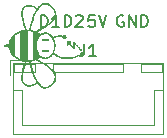
<source format=gbr>
%TF.GenerationSoftware,KiCad,Pcbnew,(5.1.10)-1*%
%TF.CreationDate,2021-08-13T16:39:05+01:00*%
%TF.ProjectId,grove_adaptor,67726f76-655f-4616-9461-70746f722e6b,rev?*%
%TF.SameCoordinates,Original*%
%TF.FileFunction,Legend,Top*%
%TF.FilePolarity,Positive*%
%FSLAX46Y46*%
G04 Gerber Fmt 4.6, Leading zero omitted, Abs format (unit mm)*
G04 Created by KiCad (PCBNEW (5.1.10)-1) date 2021-08-13 16:39:05*
%MOMM*%
%LPD*%
G01*
G04 APERTURE LIST*
%ADD10C,0.150000*%
%ADD11C,0.010000*%
%ADD12C,0.120000*%
G04 APERTURE END LIST*
D10*
X175761904Y-91952380D02*
X175761904Y-90952380D01*
X176000000Y-90952380D01*
X176142857Y-91000000D01*
X176238095Y-91095238D01*
X176285714Y-91190476D01*
X176333333Y-91380952D01*
X176333333Y-91523809D01*
X176285714Y-91714285D01*
X176238095Y-91809523D01*
X176142857Y-91904761D01*
X176000000Y-91952380D01*
X175761904Y-91952380D01*
X177285714Y-91952380D02*
X176714285Y-91952380D01*
X177000000Y-91952380D02*
X177000000Y-90952380D01*
X176904761Y-91095238D01*
X176809523Y-91190476D01*
X176714285Y-91238095D01*
X177761904Y-91952380D02*
X177761904Y-90952380D01*
X178000000Y-90952380D01*
X178142857Y-91000000D01*
X178238095Y-91095238D01*
X178285714Y-91190476D01*
X178333333Y-91380952D01*
X178333333Y-91523809D01*
X178285714Y-91714285D01*
X178238095Y-91809523D01*
X178142857Y-91904761D01*
X178000000Y-91952380D01*
X177761904Y-91952380D01*
X178714285Y-91047619D02*
X178761904Y-91000000D01*
X178857142Y-90952380D01*
X179095238Y-90952380D01*
X179190476Y-91000000D01*
X179238095Y-91047619D01*
X179285714Y-91142857D01*
X179285714Y-91238095D01*
X179238095Y-91380952D01*
X178666666Y-91952380D01*
X179285714Y-91952380D01*
X180309523Y-90952380D02*
X179833333Y-90952380D01*
X179785714Y-91428571D01*
X179833333Y-91380952D01*
X179928571Y-91333333D01*
X180166666Y-91333333D01*
X180261904Y-91380952D01*
X180309523Y-91428571D01*
X180357142Y-91523809D01*
X180357142Y-91761904D01*
X180309523Y-91857142D01*
X180261904Y-91904761D01*
X180166666Y-91952380D01*
X179928571Y-91952380D01*
X179833333Y-91904761D01*
X179785714Y-91857142D01*
X180642857Y-90952380D02*
X180976190Y-91952380D01*
X181309523Y-90952380D01*
X182738095Y-91000000D02*
X182642857Y-90952380D01*
X182500000Y-90952380D01*
X182357142Y-91000000D01*
X182261904Y-91095238D01*
X182214285Y-91190476D01*
X182166666Y-91380952D01*
X182166666Y-91523809D01*
X182214285Y-91714285D01*
X182261904Y-91809523D01*
X182357142Y-91904761D01*
X182500000Y-91952380D01*
X182595238Y-91952380D01*
X182738095Y-91904761D01*
X182785714Y-91857142D01*
X182785714Y-91523809D01*
X182595238Y-91523809D01*
X183214285Y-91952380D02*
X183214285Y-90952380D01*
X183785714Y-91952380D01*
X183785714Y-90952380D01*
X184261904Y-91952380D02*
X184261904Y-90952380D01*
X184500000Y-90952380D01*
X184642857Y-91000000D01*
X184738095Y-91095238D01*
X184785714Y-91190476D01*
X184833333Y-91380952D01*
X184833333Y-91523809D01*
X184785714Y-91714285D01*
X184738095Y-91809523D01*
X184642857Y-91904761D01*
X184500000Y-91952380D01*
X184261904Y-91952380D01*
D11*
%TO.C,G\u002A\u002A\u002A*%
G36*
X175826818Y-94008000D02*
G01*
X175826818Y-93904091D01*
X176369454Y-93904091D01*
X176369454Y-94008000D01*
X175826818Y-94008000D01*
G37*
X175826818Y-94008000D02*
X175826818Y-93904091D01*
X176369454Y-93904091D01*
X176369454Y-94008000D01*
X175826818Y-94008000D01*
G36*
X175826818Y-93084364D02*
G01*
X175826818Y-92980454D01*
X176369454Y-92980454D01*
X176369454Y-93084364D01*
X175826818Y-93084364D01*
G37*
X175826818Y-93084364D02*
X175826818Y-92980454D01*
X176369454Y-92980454D01*
X176369454Y-93084364D01*
X175826818Y-93084364D01*
G36*
X179122533Y-93873099D02*
G01*
X179109199Y-93869224D01*
X179086757Y-93854184D01*
X179054031Y-93827016D01*
X179009848Y-93786760D01*
X178953033Y-93732455D01*
X178882413Y-93663140D01*
X178815781Y-93596827D01*
X178528454Y-93309673D01*
X178528454Y-93508746D01*
X178528276Y-93581153D01*
X178527530Y-93633629D01*
X178525895Y-93669333D01*
X178523054Y-93691424D01*
X178518688Y-93703059D01*
X178512477Y-93707397D01*
X178508350Y-93707818D01*
X178495335Y-93699922D01*
X178468358Y-93677598D01*
X178429638Y-93642890D01*
X178381393Y-93597844D01*
X178325843Y-93544505D01*
X178265206Y-93484919D01*
X178248578Y-93468353D01*
X178171851Y-93392325D01*
X178110416Y-93332869D01*
X178063869Y-93289620D01*
X178031809Y-93262213D01*
X178013830Y-93250284D01*
X178009314Y-93251876D01*
X178011890Y-93275058D01*
X178018168Y-93311968D01*
X178025161Y-93346830D01*
X178033013Y-93387484D01*
X178034732Y-93411876D01*
X178030254Y-93426026D01*
X178024266Y-93432354D01*
X178011870Y-93439429D01*
X178001313Y-93436195D01*
X177991447Y-93420071D01*
X177981122Y-93388477D01*
X177969192Y-93338834D01*
X177957139Y-93281542D01*
X177944397Y-93218772D01*
X177935816Y-93174977D01*
X177930970Y-93146501D01*
X177929433Y-93129687D01*
X177930779Y-93120881D01*
X177934583Y-93116426D01*
X177937671Y-93114442D01*
X177953939Y-93113505D01*
X177986838Y-93117598D01*
X178031182Y-93125537D01*
X178081789Y-93136134D01*
X178133474Y-93148206D01*
X178181054Y-93160564D01*
X178219345Y-93172025D01*
X178243164Y-93181401D01*
X178248343Y-93185510D01*
X178249946Y-93204899D01*
X178234986Y-93214545D01*
X178201866Y-93214774D01*
X178148986Y-93205913D01*
X178148738Y-93205861D01*
X178107185Y-93197327D01*
X178074871Y-93191076D01*
X178058060Y-93188313D01*
X178057342Y-93188273D01*
X178063003Y-93196049D01*
X178082978Y-93217942D01*
X178115196Y-93251798D01*
X178157586Y-93295461D01*
X178208077Y-93346779D01*
X178257256Y-93396249D01*
X178464954Y-93604224D01*
X178470727Y-93416592D01*
X178473257Y-93345020D01*
X178476017Y-93293450D01*
X178479383Y-93258794D01*
X178483730Y-93237962D01*
X178489436Y-93227866D01*
X178494000Y-93225608D01*
X178505460Y-93232793D01*
X178530835Y-93254341D01*
X178567927Y-93288077D01*
X178614538Y-93331826D01*
X178668467Y-93383415D01*
X178727516Y-93440667D01*
X178789486Y-93501408D01*
X178852177Y-93563464D01*
X178913392Y-93624660D01*
X178970930Y-93682820D01*
X179022593Y-93735771D01*
X179066181Y-93781337D01*
X179099496Y-93817345D01*
X179120339Y-93841618D01*
X179126571Y-93851193D01*
X179127932Y-93866768D01*
X179122533Y-93873099D01*
G37*
X179122533Y-93873099D02*
X179109199Y-93869224D01*
X179086757Y-93854184D01*
X179054031Y-93827016D01*
X179009848Y-93786760D01*
X178953033Y-93732455D01*
X178882413Y-93663140D01*
X178815781Y-93596827D01*
X178528454Y-93309673D01*
X178528454Y-93508746D01*
X178528276Y-93581153D01*
X178527530Y-93633629D01*
X178525895Y-93669333D01*
X178523054Y-93691424D01*
X178518688Y-93703059D01*
X178512477Y-93707397D01*
X178508350Y-93707818D01*
X178495335Y-93699922D01*
X178468358Y-93677598D01*
X178429638Y-93642890D01*
X178381393Y-93597844D01*
X178325843Y-93544505D01*
X178265206Y-93484919D01*
X178248578Y-93468353D01*
X178171851Y-93392325D01*
X178110416Y-93332869D01*
X178063869Y-93289620D01*
X178031809Y-93262213D01*
X178013830Y-93250284D01*
X178009314Y-93251876D01*
X178011890Y-93275058D01*
X178018168Y-93311968D01*
X178025161Y-93346830D01*
X178033013Y-93387484D01*
X178034732Y-93411876D01*
X178030254Y-93426026D01*
X178024266Y-93432354D01*
X178011870Y-93439429D01*
X178001313Y-93436195D01*
X177991447Y-93420071D01*
X177981122Y-93388477D01*
X177969192Y-93338834D01*
X177957139Y-93281542D01*
X177944397Y-93218772D01*
X177935816Y-93174977D01*
X177930970Y-93146501D01*
X177929433Y-93129687D01*
X177930779Y-93120881D01*
X177934583Y-93116426D01*
X177937671Y-93114442D01*
X177953939Y-93113505D01*
X177986838Y-93117598D01*
X178031182Y-93125537D01*
X178081789Y-93136134D01*
X178133474Y-93148206D01*
X178181054Y-93160564D01*
X178219345Y-93172025D01*
X178243164Y-93181401D01*
X178248343Y-93185510D01*
X178249946Y-93204899D01*
X178234986Y-93214545D01*
X178201866Y-93214774D01*
X178148986Y-93205913D01*
X178148738Y-93205861D01*
X178107185Y-93197327D01*
X178074871Y-93191076D01*
X178058060Y-93188313D01*
X178057342Y-93188273D01*
X178063003Y-93196049D01*
X178082978Y-93217942D01*
X178115196Y-93251798D01*
X178157586Y-93295461D01*
X178208077Y-93346779D01*
X178257256Y-93396249D01*
X178464954Y-93604224D01*
X178470727Y-93416592D01*
X178473257Y-93345020D01*
X178476017Y-93293450D01*
X178479383Y-93258794D01*
X178483730Y-93237962D01*
X178489436Y-93227866D01*
X178494000Y-93225608D01*
X178505460Y-93232793D01*
X178530835Y-93254341D01*
X178567927Y-93288077D01*
X178614538Y-93331826D01*
X178668467Y-93383415D01*
X178727516Y-93440667D01*
X178789486Y-93501408D01*
X178852177Y-93563464D01*
X178913392Y-93624660D01*
X178970930Y-93682820D01*
X179022593Y-93735771D01*
X179066181Y-93781337D01*
X179099496Y-93817345D01*
X179120339Y-93841618D01*
X179126571Y-93851193D01*
X179127932Y-93866768D01*
X179122533Y-93873099D01*
G36*
X179338272Y-94281124D02*
G01*
X179312623Y-94320066D01*
X179277350Y-94350866D01*
X179253557Y-94362381D01*
X179203831Y-94369381D01*
X179155836Y-94360040D01*
X179117453Y-94336291D01*
X179109228Y-94326963D01*
X179089310Y-94300557D01*
X178961859Y-94360848D01*
X178765907Y-94442059D01*
X178561687Y-94503933D01*
X178347606Y-94546800D01*
X178122074Y-94570993D01*
X177922318Y-94577124D01*
X177775328Y-94573712D01*
X177645173Y-94563437D01*
X177526426Y-94545563D01*
X177413658Y-94519354D01*
X177345045Y-94498815D01*
X177263013Y-94468368D01*
X177169003Y-94426952D01*
X177069335Y-94377686D01*
X176970328Y-94323684D01*
X176882677Y-94270857D01*
X176836271Y-94241321D01*
X176796521Y-94216056D01*
X176767754Y-94197810D01*
X176754466Y-94189434D01*
X176742271Y-94194321D01*
X176722105Y-94214538D01*
X176698528Y-94245386D01*
X176647155Y-94310309D01*
X176583521Y-94376016D01*
X176513779Y-94437047D01*
X176444085Y-94487937D01*
X176390721Y-94518545D01*
X176310872Y-94553095D01*
X176238095Y-94574433D01*
X176162371Y-94584874D01*
X176094934Y-94586945D01*
X175979533Y-94576086D01*
X175867672Y-94545188D01*
X175764657Y-94495987D01*
X175715016Y-94462750D01*
X175678259Y-94435175D01*
X175597106Y-94496225D01*
X175545758Y-94532255D01*
X175485661Y-94570613D01*
X175428883Y-94603634D01*
X175422986Y-94606810D01*
X175330018Y-94656345D01*
X175558214Y-94769255D01*
X175773216Y-94879742D01*
X175967166Y-94988243D01*
X176141879Y-95095982D01*
X176299170Y-95204185D01*
X176440853Y-95314075D01*
X176568743Y-95426878D01*
X176647395Y-95504467D01*
X176758498Y-95628950D01*
X176847038Y-95750200D01*
X176913164Y-95869160D01*
X176957023Y-95986770D01*
X176978764Y-96103972D01*
X176978534Y-96221707D01*
X176956481Y-96340917D01*
X176912754Y-96462542D01*
X176847501Y-96587524D01*
X176823735Y-96625835D01*
X176741435Y-96738046D01*
X176648795Y-96836093D01*
X176547932Y-96919199D01*
X176440965Y-96986591D01*
X176330010Y-97037492D01*
X176217185Y-97071127D01*
X176104607Y-97086721D01*
X175994395Y-97083499D01*
X175888665Y-97060685D01*
X175789536Y-97017504D01*
X175775862Y-97009522D01*
X175717137Y-96967783D01*
X175651575Y-96910567D01*
X175583806Y-96842435D01*
X175518463Y-96767951D01*
X175477337Y-96715409D01*
X175448022Y-96676019D01*
X175424178Y-96644162D01*
X175408928Y-96623999D01*
X175405105Y-96619139D01*
X175396004Y-96625036D01*
X175374685Y-96644107D01*
X175344934Y-96672877D01*
X175328381Y-96689509D01*
X175246830Y-96757910D01*
X175148435Y-96816458D01*
X175038009Y-96863304D01*
X174920366Y-96896598D01*
X174800322Y-96914493D01*
X174735772Y-96917102D01*
X174618423Y-96908130D01*
X174507670Y-96882350D01*
X174406279Y-96841250D01*
X174317014Y-96786317D01*
X174242640Y-96719038D01*
X174185923Y-96640903D01*
X174171893Y-96613719D01*
X174134161Y-96509087D01*
X174110397Y-96386866D01*
X174100509Y-96247784D01*
X174104404Y-96092566D01*
X174121989Y-95921940D01*
X174153171Y-95736633D01*
X174197858Y-95537372D01*
X174255956Y-95324883D01*
X174327374Y-95099893D01*
X174386954Y-94930663D01*
X174427436Y-94820008D01*
X174281422Y-94795866D01*
X174086646Y-94753030D01*
X173904053Y-94690764D01*
X173732707Y-94608640D01*
X173571671Y-94506231D01*
X173465772Y-94423258D01*
X173352721Y-94314822D01*
X173253235Y-94193857D01*
X173169419Y-94063822D01*
X173103378Y-93928175D01*
X173057216Y-93790374D01*
X173043666Y-93729531D01*
X173036069Y-93689546D01*
X173029894Y-93658226D01*
X173026745Y-93643514D01*
X173015031Y-93635688D01*
X172985503Y-93623584D01*
X172942661Y-93608873D01*
X172892548Y-93593667D01*
X172833635Y-93576809D01*
X172776219Y-93560376D01*
X172727743Y-93546500D01*
X172700886Y-93538811D01*
X172663068Y-93525628D01*
X172644271Y-93512258D01*
X172640272Y-93500000D01*
X172646917Y-93484712D01*
X172669486Y-93471596D01*
X172700886Y-93461189D01*
X172737193Y-93450794D01*
X172788257Y-93436178D01*
X172846636Y-93419471D01*
X172892548Y-93406333D01*
X172944018Y-93390689D01*
X172986545Y-93376029D01*
X173015629Y-93364023D01*
X173026745Y-93356485D01*
X173030385Y-93339344D01*
X173036760Y-93306870D01*
X173043666Y-93270469D01*
X173080349Y-93132814D01*
X173137846Y-92995781D01*
X173214053Y-92862825D01*
X173306867Y-92737404D01*
X173414185Y-92622974D01*
X173465772Y-92576731D01*
X173619670Y-92460970D01*
X173785436Y-92364743D01*
X173963378Y-92287917D01*
X173988204Y-92280414D01*
X173988204Y-92334015D01*
X173969304Y-92339372D01*
X173934700Y-92353819D01*
X173888813Y-92375126D01*
X173836066Y-92401067D01*
X173780882Y-92429412D01*
X173727684Y-92457934D01*
X173680894Y-92484405D01*
X173644934Y-92506597D01*
X173642815Y-92508015D01*
X173595562Y-92541421D01*
X173545637Y-92579128D01*
X173509068Y-92608646D01*
X173448454Y-92659987D01*
X173448454Y-94341033D01*
X173509068Y-94392441D01*
X173567804Y-94438430D01*
X173637015Y-94486502D01*
X173711929Y-94533888D01*
X173787769Y-94577819D01*
X173859762Y-94615523D01*
X173923133Y-94644233D01*
X173971745Y-94660841D01*
X174002636Y-94668594D01*
X174002636Y-93501251D01*
X174002584Y-93304356D01*
X174002417Y-93129430D01*
X174002122Y-92975352D01*
X174001684Y-92841000D01*
X174001091Y-92725254D01*
X174000329Y-92626991D01*
X173999382Y-92545090D01*
X173998238Y-92478430D01*
X173996883Y-92425889D01*
X173995302Y-92386347D01*
X173993483Y-92358681D01*
X173991410Y-92341771D01*
X173989070Y-92334494D01*
X173988204Y-92334015D01*
X173988204Y-92280414D01*
X174153805Y-92230360D01*
X174357027Y-92191941D01*
X174374261Y-92189637D01*
X174428386Y-92182618D01*
X174387118Y-92070650D01*
X174316971Y-91870135D01*
X174255815Y-91674241D01*
X174204056Y-91485000D01*
X174162102Y-91304445D01*
X174130361Y-91134607D01*
X174109240Y-90977521D01*
X174099147Y-90835217D01*
X174100489Y-90709729D01*
X174104656Y-90661686D01*
X174124362Y-90537910D01*
X174153875Y-90433391D01*
X174194550Y-90345897D01*
X174247741Y-90273197D01*
X174314802Y-90213059D01*
X174397086Y-90163253D01*
X174411418Y-90156254D01*
X174518877Y-90114305D01*
X174627890Y-90091058D01*
X174679164Y-90088525D01*
X174679164Y-90142626D01*
X174596072Y-90150949D01*
X174519046Y-90169686D01*
X174440225Y-90200217D01*
X174432674Y-90203636D01*
X174365536Y-90243730D01*
X174302232Y-90298466D01*
X174249409Y-90361279D01*
X174217886Y-90415738D01*
X174186618Y-90506610D01*
X174165706Y-90615022D01*
X174155397Y-90737756D01*
X174155936Y-90871592D01*
X174167570Y-91013309D01*
X174170415Y-91036022D01*
X174205432Y-91247840D01*
X174256621Y-91473675D01*
X174323477Y-91711572D01*
X174405499Y-91959575D01*
X174416018Y-91989038D01*
X174482850Y-92174809D01*
X174609227Y-92179079D01*
X174609227Y-92230000D01*
X174545272Y-92230000D01*
X174545272Y-94773528D01*
X174669713Y-94766408D01*
X174736940Y-94760547D01*
X174736940Y-94816252D01*
X174487826Y-94821954D01*
X174469189Y-94868136D01*
X174441778Y-94939484D01*
X174410436Y-95026724D01*
X174377315Y-95123473D01*
X174344571Y-95223350D01*
X174314356Y-95319972D01*
X174296882Y-95378735D01*
X174239745Y-95593291D01*
X174197092Y-95792609D01*
X174168983Y-95976182D01*
X174155483Y-96143500D01*
X174156651Y-96294056D01*
X174170553Y-96416290D01*
X174192521Y-96512927D01*
X174222564Y-96591872D01*
X174262886Y-96657765D01*
X174309994Y-96709942D01*
X174392719Y-96774118D01*
X174486274Y-96819819D01*
X174592072Y-96847495D01*
X174711530Y-96857597D01*
X174770189Y-96856526D01*
X174911965Y-96840665D01*
X175039610Y-96806955D01*
X175152834Y-96755506D01*
X175251344Y-96686427D01*
X175269694Y-96670098D01*
X175314287Y-96627268D01*
X175342553Y-96594795D01*
X175356187Y-96568600D01*
X175356888Y-96544605D01*
X175346350Y-96518734D01*
X175338287Y-96505226D01*
X175311338Y-96458944D01*
X175277916Y-96395930D01*
X175240281Y-96320825D01*
X175200697Y-96238272D01*
X175161426Y-96152912D01*
X175124729Y-96069387D01*
X175116761Y-96050619D01*
X175079367Y-95957139D01*
X175038429Y-95846529D01*
X174995321Y-95723166D01*
X174951416Y-95591430D01*
X174908088Y-95455698D01*
X174866711Y-95320349D01*
X174828659Y-95189763D01*
X174795306Y-95068317D01*
X174768025Y-94960390D01*
X174751317Y-94885859D01*
X174736940Y-94816252D01*
X174736940Y-94760547D01*
X174746105Y-94759747D01*
X174832375Y-94748535D01*
X174920036Y-94734147D01*
X175000600Y-94717961D01*
X175059045Y-94703276D01*
X175093681Y-94693293D01*
X175093681Y-92305696D01*
X174989772Y-92279732D01*
X174901523Y-92260890D01*
X174804469Y-92245499D01*
X174708260Y-92234820D01*
X174622549Y-92230115D01*
X174609227Y-92230000D01*
X174609227Y-92179079D01*
X174735772Y-92183355D01*
X174763105Y-92065246D01*
X174779590Y-91998203D01*
X174801727Y-91914263D01*
X174828053Y-91818492D01*
X174857099Y-91715960D01*
X174887402Y-91611733D01*
X174917493Y-91510881D01*
X174945908Y-91418470D01*
X174971180Y-91339569D01*
X174984304Y-91300591D01*
X175028825Y-91176818D01*
X175077270Y-91051015D01*
X175127965Y-90927016D01*
X175179233Y-90808655D01*
X175229399Y-90699765D01*
X175276788Y-90604180D01*
X175319725Y-90525735D01*
X175331446Y-90506185D01*
X175350091Y-90472853D01*
X175357642Y-90446470D01*
X175352643Y-90421874D01*
X175333637Y-90393904D01*
X175299168Y-90357397D01*
X175285718Y-90344130D01*
X175190872Y-90267283D01*
X175081974Y-90208642D01*
X174959327Y-90168325D01*
X174823234Y-90146453D01*
X174776181Y-90143336D01*
X174679164Y-90142626D01*
X174679164Y-90088525D01*
X174745106Y-90085266D01*
X174781954Y-90086693D01*
X174919321Y-90103868D01*
X175047948Y-90138812D01*
X175165160Y-90190427D01*
X175268284Y-90257615D01*
X175328381Y-90311015D01*
X175360941Y-90343100D01*
X175386899Y-90367208D01*
X175402448Y-90379873D01*
X175405105Y-90380861D01*
X175413091Y-90370500D01*
X175431678Y-90345711D01*
X175457762Y-90310646D01*
X175477562Y-90283911D01*
X175538797Y-90207269D01*
X175605900Y-90133882D01*
X175674146Y-90068395D01*
X175738816Y-90015453D01*
X175775852Y-89990478D01*
X175874739Y-89943731D01*
X175980180Y-89917706D01*
X176071302Y-89912710D01*
X176071302Y-89968525D01*
X176039606Y-89969169D01*
X175984709Y-89972559D01*
X175943432Y-89978635D01*
X175906308Y-89989764D01*
X175863866Y-90008315D01*
X175843597Y-90018186D01*
X175751705Y-90074973D01*
X175659831Y-90154171D01*
X175568365Y-90255105D01*
X175477701Y-90377099D01*
X175388229Y-90519476D01*
X175300341Y-90681560D01*
X175214429Y-90862676D01*
X175130884Y-91062148D01*
X175050099Y-91279298D01*
X174972465Y-91513452D01*
X174966836Y-91531500D01*
X174946013Y-91600348D01*
X174923905Y-91676581D01*
X174901316Y-91757097D01*
X174879049Y-91838796D01*
X174857906Y-91918579D01*
X174838691Y-91993343D01*
X174822205Y-92059989D01*
X174809253Y-92115416D01*
X174800636Y-92156524D01*
X174797159Y-92180212D01*
X174797699Y-92184669D01*
X174811570Y-92189475D01*
X174842844Y-92196977D01*
X174886166Y-92205952D01*
X174914727Y-92211356D01*
X174976076Y-92224462D01*
X175047325Y-92242534D01*
X175116724Y-92262502D01*
X175144118Y-92271256D01*
X175263827Y-92311093D01*
X175268264Y-92309078D01*
X175268264Y-94687715D01*
X175158756Y-94724028D01*
X175091459Y-94744940D01*
X175020734Y-94764527D01*
X174951980Y-94781511D01*
X174890599Y-94794618D01*
X174841989Y-94802571D01*
X174818699Y-94804386D01*
X174795845Y-94807638D01*
X174790919Y-94819280D01*
X174792209Y-94824841D01*
X174797032Y-94842821D01*
X174806237Y-94878686D01*
X174818673Y-94927904D01*
X174833193Y-94985942D01*
X174839784Y-95012454D01*
X174905894Y-95263100D01*
X174976513Y-95500962D01*
X175051172Y-95725116D01*
X175129401Y-95934641D01*
X175210729Y-96128614D01*
X175294689Y-96306113D01*
X175380810Y-96466216D01*
X175468623Y-96608001D01*
X175557659Y-96730545D01*
X175647447Y-96832927D01*
X175737518Y-96914223D01*
X175827404Y-96973511D01*
X175841940Y-96980994D01*
X175888696Y-97002829D01*
X175927237Y-97016532D01*
X175966987Y-97024475D01*
X176017368Y-97029027D01*
X176037404Y-97030161D01*
X176160604Y-97025184D01*
X176281907Y-96997675D01*
X176400087Y-96948182D01*
X176513921Y-96877254D01*
X176622184Y-96785439D01*
X176653064Y-96754250D01*
X176744890Y-96645360D01*
X176818683Y-96531263D01*
X176873715Y-96414113D01*
X176909257Y-96296064D01*
X176924579Y-96179268D01*
X176918952Y-96065881D01*
X176906562Y-96005364D01*
X176865968Y-95893310D01*
X176803154Y-95778736D01*
X176718784Y-95662206D01*
X176613524Y-95544283D01*
X176488036Y-95425533D01*
X176342986Y-95306520D01*
X176179037Y-95187807D01*
X175996854Y-95069960D01*
X175797101Y-94953542D01*
X175580442Y-94839118D01*
X175469609Y-94784575D01*
X175268264Y-94687715D01*
X175268264Y-92309078D01*
X175380800Y-92257951D01*
X175596095Y-92155032D01*
X175798883Y-92047824D01*
X175988172Y-91937149D01*
X176162970Y-91823828D01*
X176322286Y-91708682D01*
X176465127Y-91592532D01*
X176590502Y-91476200D01*
X176697418Y-91360506D01*
X176784885Y-91246273D01*
X176851909Y-91134320D01*
X176897500Y-91025470D01*
X176906562Y-90994636D01*
X176924099Y-90884062D01*
X176920284Y-90768887D01*
X176895846Y-90651266D01*
X176851514Y-90533352D01*
X176788017Y-90417299D01*
X176706084Y-90305260D01*
X176653064Y-90245750D01*
X176546482Y-90147717D01*
X176433803Y-90070432D01*
X176316239Y-90014441D01*
X176195001Y-89980290D01*
X176071302Y-89968525D01*
X176071302Y-89912710D01*
X176090174Y-89911675D01*
X176202723Y-89924909D01*
X176315828Y-89956681D01*
X176427488Y-90006264D01*
X176535706Y-90072929D01*
X176638481Y-90155948D01*
X176733815Y-90254595D01*
X176819709Y-90368142D01*
X176821729Y-90371182D01*
X176894559Y-90496469D01*
X176945281Y-90619546D01*
X176973797Y-90741019D01*
X176980009Y-90861491D01*
X176963820Y-90981568D01*
X176925131Y-91101854D01*
X176863845Y-91222954D01*
X176779862Y-91345472D01*
X176673087Y-91470013D01*
X176637726Y-91506715D01*
X176514496Y-91623336D01*
X176378067Y-91736410D01*
X176226667Y-91847122D01*
X176058527Y-91956661D01*
X175871875Y-92066214D01*
X175664942Y-92176968D01*
X175557991Y-92230855D01*
X175329574Y-92343875D01*
X175419446Y-92390709D01*
X175473775Y-92421505D01*
X175533941Y-92459413D01*
X175587969Y-92496845D01*
X175593788Y-92501184D01*
X175678259Y-92564825D01*
X175715016Y-92537249D01*
X175811122Y-92478967D01*
X175918910Y-92438062D01*
X176033077Y-92416267D01*
X176094934Y-92413055D01*
X176104581Y-92413459D01*
X176104581Y-92464040D01*
X175995908Y-92473846D01*
X175890502Y-92504554D01*
X175789834Y-92555071D01*
X175695379Y-92624304D01*
X175608609Y-92711160D01*
X175530998Y-92814544D01*
X175464017Y-92933365D01*
X175409141Y-93066528D01*
X175405577Y-93076997D01*
X175381091Y-93156852D01*
X175363697Y-93231998D01*
X175352585Y-93308715D01*
X175346947Y-93393290D01*
X175345972Y-93492003D01*
X175346659Y-93534636D01*
X175348873Y-93612848D01*
X175352159Y-93674050D01*
X175357209Y-93724321D01*
X175364714Y-93769739D01*
X175375366Y-93816383D01*
X175381333Y-93839248D01*
X175427591Y-93980280D01*
X175486506Y-94107990D01*
X175556712Y-94221255D01*
X175636841Y-94318952D01*
X175725525Y-94399960D01*
X175821399Y-94463155D01*
X175923094Y-94507416D01*
X176029243Y-94531619D01*
X176138480Y-94534643D01*
X176215046Y-94523770D01*
X176326220Y-94488557D01*
X176430687Y-94432382D01*
X176527164Y-94356726D01*
X176614365Y-94263074D01*
X176691003Y-94152907D01*
X176755794Y-94027709D01*
X176807452Y-93888962D01*
X176827343Y-93817435D01*
X176839627Y-93765651D01*
X176848283Y-93720998D01*
X176853929Y-93677290D01*
X176857180Y-93628345D01*
X176858652Y-93567978D01*
X176858965Y-93500000D01*
X176858546Y-93424172D01*
X176856879Y-93365222D01*
X176853351Y-93316945D01*
X176847346Y-93273138D01*
X176838251Y-93227596D01*
X176827536Y-93182500D01*
X176782920Y-93037806D01*
X176724467Y-92905922D01*
X176653466Y-92788332D01*
X176571202Y-92686518D01*
X176478962Y-92601965D01*
X176378032Y-92536156D01*
X176269698Y-92490574D01*
X176215046Y-92476230D01*
X176104581Y-92464040D01*
X176104581Y-92413459D01*
X176179891Y-92416615D01*
X176254100Y-92429268D01*
X176327578Y-92453329D01*
X176390721Y-92481455D01*
X176455708Y-92519793D01*
X176525847Y-92572801D01*
X176594984Y-92635018D01*
X176656964Y-92700982D01*
X176698532Y-92754621D01*
X176742268Y-92818123D01*
X176789657Y-92788693D01*
X176912040Y-92724618D01*
X177027545Y-92684192D01*
X177090213Y-92672388D01*
X177168285Y-92665198D01*
X177254538Y-92662617D01*
X177341751Y-92664642D01*
X177422702Y-92671267D01*
X177490171Y-92682490D01*
X177498229Y-92684453D01*
X177582140Y-92705952D01*
X177605550Y-92676192D01*
X177643446Y-92644897D01*
X177689922Y-92631127D01*
X177706645Y-92632270D01*
X177706645Y-92680273D01*
X177679885Y-92689793D01*
X177652868Y-92713029D01*
X177633220Y-92741995D01*
X177627909Y-92762708D01*
X177635591Y-92789388D01*
X177653012Y-92815188D01*
X177686513Y-92836956D01*
X177722991Y-92840001D01*
X177756371Y-92826694D01*
X177780577Y-92799404D01*
X177789545Y-92761929D01*
X177779412Y-92728815D01*
X177754129Y-92699759D01*
X177721369Y-92682319D01*
X177706645Y-92680273D01*
X177706645Y-92632270D01*
X177739005Y-92634482D01*
X177784719Y-92654561D01*
X177820873Y-92690639D01*
X177842776Y-92735769D01*
X177844407Y-92780150D01*
X177829062Y-92824840D01*
X177800811Y-92860827D01*
X177758947Y-92887568D01*
X177712661Y-92899436D01*
X177706982Y-92899593D01*
X177664952Y-92889292D01*
X177624526Y-92862265D01*
X177593111Y-92824138D01*
X177584583Y-92806671D01*
X177570686Y-92778105D01*
X177552170Y-92760289D01*
X177521228Y-92746674D01*
X177507784Y-92742249D01*
X177455860Y-92730692D01*
X177387829Y-92722568D01*
X177310446Y-92718052D01*
X177230465Y-92717322D01*
X177154640Y-92720553D01*
X177089725Y-92727923D01*
X177073727Y-92730896D01*
X177030294Y-92742704D01*
X176978310Y-92760960D01*
X176923294Y-92783226D01*
X176870762Y-92807064D01*
X176826231Y-92830036D01*
X176795219Y-92849702D01*
X176786089Y-92858025D01*
X176784078Y-92876069D01*
X176793208Y-92912586D01*
X176813670Y-92968325D01*
X176814791Y-92971124D01*
X176871998Y-93143658D01*
X176906566Y-93318957D01*
X176918495Y-93495575D01*
X176907786Y-93672062D01*
X176874440Y-93846972D01*
X176818457Y-94018857D01*
X176814279Y-94029286D01*
X176773804Y-94129227D01*
X176802464Y-94152693D01*
X176833998Y-94175511D01*
X176881335Y-94206046D01*
X176939695Y-94241548D01*
X177004299Y-94279269D01*
X177070367Y-94316461D01*
X177133118Y-94350376D01*
X177187772Y-94378263D01*
X177223818Y-94394974D01*
X177384565Y-94452283D01*
X177558450Y-94493139D01*
X177742563Y-94517692D01*
X177933994Y-94526091D01*
X178129834Y-94518488D01*
X178327174Y-94495032D01*
X178523103Y-94455874D01*
X178714712Y-94401163D01*
X178899092Y-94331050D01*
X178955636Y-94305599D01*
X179005003Y-94282039D01*
X179037704Y-94264405D01*
X179058139Y-94249165D01*
X179070709Y-94232786D01*
X179079812Y-94211739D01*
X179082636Y-94203660D01*
X179106825Y-94159252D01*
X179142791Y-94124129D01*
X179184206Y-94103562D01*
X179206712Y-94100364D01*
X179224306Y-94104074D01*
X179224306Y-94159665D01*
X179188954Y-94162521D01*
X179157010Y-94183492D01*
X179152747Y-94188511D01*
X179132232Y-94225237D01*
X179133638Y-94258193D01*
X179157134Y-94291365D01*
X179157157Y-94291388D01*
X179190331Y-94314899D01*
X179223285Y-94316319D01*
X179260007Y-94295819D01*
X179260034Y-94295798D01*
X179285504Y-94263930D01*
X179290454Y-94238071D01*
X179281092Y-94199613D01*
X179257031Y-94172753D01*
X179224306Y-94159665D01*
X179224306Y-94104074D01*
X179257305Y-94111034D01*
X179301015Y-94139695D01*
X179332816Y-94181320D01*
X179347682Y-94230884D01*
X179348181Y-94241833D01*
X179338272Y-94281124D01*
G37*
X179338272Y-94281124D02*
X179312623Y-94320066D01*
X179277350Y-94350866D01*
X179253557Y-94362381D01*
X179203831Y-94369381D01*
X179155836Y-94360040D01*
X179117453Y-94336291D01*
X179109228Y-94326963D01*
X179089310Y-94300557D01*
X178961859Y-94360848D01*
X178765907Y-94442059D01*
X178561687Y-94503933D01*
X178347606Y-94546800D01*
X178122074Y-94570993D01*
X177922318Y-94577124D01*
X177775328Y-94573712D01*
X177645173Y-94563437D01*
X177526426Y-94545563D01*
X177413658Y-94519354D01*
X177345045Y-94498815D01*
X177263013Y-94468368D01*
X177169003Y-94426952D01*
X177069335Y-94377686D01*
X176970328Y-94323684D01*
X176882677Y-94270857D01*
X176836271Y-94241321D01*
X176796521Y-94216056D01*
X176767754Y-94197810D01*
X176754466Y-94189434D01*
X176742271Y-94194321D01*
X176722105Y-94214538D01*
X176698528Y-94245386D01*
X176647155Y-94310309D01*
X176583521Y-94376016D01*
X176513779Y-94437047D01*
X176444085Y-94487937D01*
X176390721Y-94518545D01*
X176310872Y-94553095D01*
X176238095Y-94574433D01*
X176162371Y-94584874D01*
X176094934Y-94586945D01*
X175979533Y-94576086D01*
X175867672Y-94545188D01*
X175764657Y-94495987D01*
X175715016Y-94462750D01*
X175678259Y-94435175D01*
X175597106Y-94496225D01*
X175545758Y-94532255D01*
X175485661Y-94570613D01*
X175428883Y-94603634D01*
X175422986Y-94606810D01*
X175330018Y-94656345D01*
X175558214Y-94769255D01*
X175773216Y-94879742D01*
X175967166Y-94988243D01*
X176141879Y-95095982D01*
X176299170Y-95204185D01*
X176440853Y-95314075D01*
X176568743Y-95426878D01*
X176647395Y-95504467D01*
X176758498Y-95628950D01*
X176847038Y-95750200D01*
X176913164Y-95869160D01*
X176957023Y-95986770D01*
X176978764Y-96103972D01*
X176978534Y-96221707D01*
X176956481Y-96340917D01*
X176912754Y-96462542D01*
X176847501Y-96587524D01*
X176823735Y-96625835D01*
X176741435Y-96738046D01*
X176648795Y-96836093D01*
X176547932Y-96919199D01*
X176440965Y-96986591D01*
X176330010Y-97037492D01*
X176217185Y-97071127D01*
X176104607Y-97086721D01*
X175994395Y-97083499D01*
X175888665Y-97060685D01*
X175789536Y-97017504D01*
X175775862Y-97009522D01*
X175717137Y-96967783D01*
X175651575Y-96910567D01*
X175583806Y-96842435D01*
X175518463Y-96767951D01*
X175477337Y-96715409D01*
X175448022Y-96676019D01*
X175424178Y-96644162D01*
X175408928Y-96623999D01*
X175405105Y-96619139D01*
X175396004Y-96625036D01*
X175374685Y-96644107D01*
X175344934Y-96672877D01*
X175328381Y-96689509D01*
X175246830Y-96757910D01*
X175148435Y-96816458D01*
X175038009Y-96863304D01*
X174920366Y-96896598D01*
X174800322Y-96914493D01*
X174735772Y-96917102D01*
X174618423Y-96908130D01*
X174507670Y-96882350D01*
X174406279Y-96841250D01*
X174317014Y-96786317D01*
X174242640Y-96719038D01*
X174185923Y-96640903D01*
X174171893Y-96613719D01*
X174134161Y-96509087D01*
X174110397Y-96386866D01*
X174100509Y-96247784D01*
X174104404Y-96092566D01*
X174121989Y-95921940D01*
X174153171Y-95736633D01*
X174197858Y-95537372D01*
X174255956Y-95324883D01*
X174327374Y-95099893D01*
X174386954Y-94930663D01*
X174427436Y-94820008D01*
X174281422Y-94795866D01*
X174086646Y-94753030D01*
X173904053Y-94690764D01*
X173732707Y-94608640D01*
X173571671Y-94506231D01*
X173465772Y-94423258D01*
X173352721Y-94314822D01*
X173253235Y-94193857D01*
X173169419Y-94063822D01*
X173103378Y-93928175D01*
X173057216Y-93790374D01*
X173043666Y-93729531D01*
X173036069Y-93689546D01*
X173029894Y-93658226D01*
X173026745Y-93643514D01*
X173015031Y-93635688D01*
X172985503Y-93623584D01*
X172942661Y-93608873D01*
X172892548Y-93593667D01*
X172833635Y-93576809D01*
X172776219Y-93560376D01*
X172727743Y-93546500D01*
X172700886Y-93538811D01*
X172663068Y-93525628D01*
X172644271Y-93512258D01*
X172640272Y-93500000D01*
X172646917Y-93484712D01*
X172669486Y-93471596D01*
X172700886Y-93461189D01*
X172737193Y-93450794D01*
X172788257Y-93436178D01*
X172846636Y-93419471D01*
X172892548Y-93406333D01*
X172944018Y-93390689D01*
X172986545Y-93376029D01*
X173015629Y-93364023D01*
X173026745Y-93356485D01*
X173030385Y-93339344D01*
X173036760Y-93306870D01*
X173043666Y-93270469D01*
X173080349Y-93132814D01*
X173137846Y-92995781D01*
X173214053Y-92862825D01*
X173306867Y-92737404D01*
X173414185Y-92622974D01*
X173465772Y-92576731D01*
X173619670Y-92460970D01*
X173785436Y-92364743D01*
X173963378Y-92287917D01*
X173988204Y-92280414D01*
X173988204Y-92334015D01*
X173969304Y-92339372D01*
X173934700Y-92353819D01*
X173888813Y-92375126D01*
X173836066Y-92401067D01*
X173780882Y-92429412D01*
X173727684Y-92457934D01*
X173680894Y-92484405D01*
X173644934Y-92506597D01*
X173642815Y-92508015D01*
X173595562Y-92541421D01*
X173545637Y-92579128D01*
X173509068Y-92608646D01*
X173448454Y-92659987D01*
X173448454Y-94341033D01*
X173509068Y-94392441D01*
X173567804Y-94438430D01*
X173637015Y-94486502D01*
X173711929Y-94533888D01*
X173787769Y-94577819D01*
X173859762Y-94615523D01*
X173923133Y-94644233D01*
X173971745Y-94660841D01*
X174002636Y-94668594D01*
X174002636Y-93501251D01*
X174002584Y-93304356D01*
X174002417Y-93129430D01*
X174002122Y-92975352D01*
X174001684Y-92841000D01*
X174001091Y-92725254D01*
X174000329Y-92626991D01*
X173999382Y-92545090D01*
X173998238Y-92478430D01*
X173996883Y-92425889D01*
X173995302Y-92386347D01*
X173993483Y-92358681D01*
X173991410Y-92341771D01*
X173989070Y-92334494D01*
X173988204Y-92334015D01*
X173988204Y-92280414D01*
X174153805Y-92230360D01*
X174357027Y-92191941D01*
X174374261Y-92189637D01*
X174428386Y-92182618D01*
X174387118Y-92070650D01*
X174316971Y-91870135D01*
X174255815Y-91674241D01*
X174204056Y-91485000D01*
X174162102Y-91304445D01*
X174130361Y-91134607D01*
X174109240Y-90977521D01*
X174099147Y-90835217D01*
X174100489Y-90709729D01*
X174104656Y-90661686D01*
X174124362Y-90537910D01*
X174153875Y-90433391D01*
X174194550Y-90345897D01*
X174247741Y-90273197D01*
X174314802Y-90213059D01*
X174397086Y-90163253D01*
X174411418Y-90156254D01*
X174518877Y-90114305D01*
X174627890Y-90091058D01*
X174679164Y-90088525D01*
X174679164Y-90142626D01*
X174596072Y-90150949D01*
X174519046Y-90169686D01*
X174440225Y-90200217D01*
X174432674Y-90203636D01*
X174365536Y-90243730D01*
X174302232Y-90298466D01*
X174249409Y-90361279D01*
X174217886Y-90415738D01*
X174186618Y-90506610D01*
X174165706Y-90615022D01*
X174155397Y-90737756D01*
X174155936Y-90871592D01*
X174167570Y-91013309D01*
X174170415Y-91036022D01*
X174205432Y-91247840D01*
X174256621Y-91473675D01*
X174323477Y-91711572D01*
X174405499Y-91959575D01*
X174416018Y-91989038D01*
X174482850Y-92174809D01*
X174609227Y-92179079D01*
X174609227Y-92230000D01*
X174545272Y-92230000D01*
X174545272Y-94773528D01*
X174669713Y-94766408D01*
X174736940Y-94760547D01*
X174736940Y-94816252D01*
X174487826Y-94821954D01*
X174469189Y-94868136D01*
X174441778Y-94939484D01*
X174410436Y-95026724D01*
X174377315Y-95123473D01*
X174344571Y-95223350D01*
X174314356Y-95319972D01*
X174296882Y-95378735D01*
X174239745Y-95593291D01*
X174197092Y-95792609D01*
X174168983Y-95976182D01*
X174155483Y-96143500D01*
X174156651Y-96294056D01*
X174170553Y-96416290D01*
X174192521Y-96512927D01*
X174222564Y-96591872D01*
X174262886Y-96657765D01*
X174309994Y-96709942D01*
X174392719Y-96774118D01*
X174486274Y-96819819D01*
X174592072Y-96847495D01*
X174711530Y-96857597D01*
X174770189Y-96856526D01*
X174911965Y-96840665D01*
X175039610Y-96806955D01*
X175152834Y-96755506D01*
X175251344Y-96686427D01*
X175269694Y-96670098D01*
X175314287Y-96627268D01*
X175342553Y-96594795D01*
X175356187Y-96568600D01*
X175356888Y-96544605D01*
X175346350Y-96518734D01*
X175338287Y-96505226D01*
X175311338Y-96458944D01*
X175277916Y-96395930D01*
X175240281Y-96320825D01*
X175200697Y-96238272D01*
X175161426Y-96152912D01*
X175124729Y-96069387D01*
X175116761Y-96050619D01*
X175079367Y-95957139D01*
X175038429Y-95846529D01*
X174995321Y-95723166D01*
X174951416Y-95591430D01*
X174908088Y-95455698D01*
X174866711Y-95320349D01*
X174828659Y-95189763D01*
X174795306Y-95068317D01*
X174768025Y-94960390D01*
X174751317Y-94885859D01*
X174736940Y-94816252D01*
X174736940Y-94760547D01*
X174746105Y-94759747D01*
X174832375Y-94748535D01*
X174920036Y-94734147D01*
X175000600Y-94717961D01*
X175059045Y-94703276D01*
X175093681Y-94693293D01*
X175093681Y-92305696D01*
X174989772Y-92279732D01*
X174901523Y-92260890D01*
X174804469Y-92245499D01*
X174708260Y-92234820D01*
X174622549Y-92230115D01*
X174609227Y-92230000D01*
X174609227Y-92179079D01*
X174735772Y-92183355D01*
X174763105Y-92065246D01*
X174779590Y-91998203D01*
X174801727Y-91914263D01*
X174828053Y-91818492D01*
X174857099Y-91715960D01*
X174887402Y-91611733D01*
X174917493Y-91510881D01*
X174945908Y-91418470D01*
X174971180Y-91339569D01*
X174984304Y-91300591D01*
X175028825Y-91176818D01*
X175077270Y-91051015D01*
X175127965Y-90927016D01*
X175179233Y-90808655D01*
X175229399Y-90699765D01*
X175276788Y-90604180D01*
X175319725Y-90525735D01*
X175331446Y-90506185D01*
X175350091Y-90472853D01*
X175357642Y-90446470D01*
X175352643Y-90421874D01*
X175333637Y-90393904D01*
X175299168Y-90357397D01*
X175285718Y-90344130D01*
X175190872Y-90267283D01*
X175081974Y-90208642D01*
X174959327Y-90168325D01*
X174823234Y-90146453D01*
X174776181Y-90143336D01*
X174679164Y-90142626D01*
X174679164Y-90088525D01*
X174745106Y-90085266D01*
X174781954Y-90086693D01*
X174919321Y-90103868D01*
X175047948Y-90138812D01*
X175165160Y-90190427D01*
X175268284Y-90257615D01*
X175328381Y-90311015D01*
X175360941Y-90343100D01*
X175386899Y-90367208D01*
X175402448Y-90379873D01*
X175405105Y-90380861D01*
X175413091Y-90370500D01*
X175431678Y-90345711D01*
X175457762Y-90310646D01*
X175477562Y-90283911D01*
X175538797Y-90207269D01*
X175605900Y-90133882D01*
X175674146Y-90068395D01*
X175738816Y-90015453D01*
X175775852Y-89990478D01*
X175874739Y-89943731D01*
X175980180Y-89917706D01*
X176071302Y-89912710D01*
X176071302Y-89968525D01*
X176039606Y-89969169D01*
X175984709Y-89972559D01*
X175943432Y-89978635D01*
X175906308Y-89989764D01*
X175863866Y-90008315D01*
X175843597Y-90018186D01*
X175751705Y-90074973D01*
X175659831Y-90154171D01*
X175568365Y-90255105D01*
X175477701Y-90377099D01*
X175388229Y-90519476D01*
X175300341Y-90681560D01*
X175214429Y-90862676D01*
X175130884Y-91062148D01*
X175050099Y-91279298D01*
X174972465Y-91513452D01*
X174966836Y-91531500D01*
X174946013Y-91600348D01*
X174923905Y-91676581D01*
X174901316Y-91757097D01*
X174879049Y-91838796D01*
X174857906Y-91918579D01*
X174838691Y-91993343D01*
X174822205Y-92059989D01*
X174809253Y-92115416D01*
X174800636Y-92156524D01*
X174797159Y-92180212D01*
X174797699Y-92184669D01*
X174811570Y-92189475D01*
X174842844Y-92196977D01*
X174886166Y-92205952D01*
X174914727Y-92211356D01*
X174976076Y-92224462D01*
X175047325Y-92242534D01*
X175116724Y-92262502D01*
X175144118Y-92271256D01*
X175263827Y-92311093D01*
X175268264Y-92309078D01*
X175268264Y-94687715D01*
X175158756Y-94724028D01*
X175091459Y-94744940D01*
X175020734Y-94764527D01*
X174951980Y-94781511D01*
X174890599Y-94794618D01*
X174841989Y-94802571D01*
X174818699Y-94804386D01*
X174795845Y-94807638D01*
X174790919Y-94819280D01*
X174792209Y-94824841D01*
X174797032Y-94842821D01*
X174806237Y-94878686D01*
X174818673Y-94927904D01*
X174833193Y-94985942D01*
X174839784Y-95012454D01*
X174905894Y-95263100D01*
X174976513Y-95500962D01*
X175051172Y-95725116D01*
X175129401Y-95934641D01*
X175210729Y-96128614D01*
X175294689Y-96306113D01*
X175380810Y-96466216D01*
X175468623Y-96608001D01*
X175557659Y-96730545D01*
X175647447Y-96832927D01*
X175737518Y-96914223D01*
X175827404Y-96973511D01*
X175841940Y-96980994D01*
X175888696Y-97002829D01*
X175927237Y-97016532D01*
X175966987Y-97024475D01*
X176017368Y-97029027D01*
X176037404Y-97030161D01*
X176160604Y-97025184D01*
X176281907Y-96997675D01*
X176400087Y-96948182D01*
X176513921Y-96877254D01*
X176622184Y-96785439D01*
X176653064Y-96754250D01*
X176744890Y-96645360D01*
X176818683Y-96531263D01*
X176873715Y-96414113D01*
X176909257Y-96296064D01*
X176924579Y-96179268D01*
X176918952Y-96065881D01*
X176906562Y-96005364D01*
X176865968Y-95893310D01*
X176803154Y-95778736D01*
X176718784Y-95662206D01*
X176613524Y-95544283D01*
X176488036Y-95425533D01*
X176342986Y-95306520D01*
X176179037Y-95187807D01*
X175996854Y-95069960D01*
X175797101Y-94953542D01*
X175580442Y-94839118D01*
X175469609Y-94784575D01*
X175268264Y-94687715D01*
X175268264Y-92309078D01*
X175380800Y-92257951D01*
X175596095Y-92155032D01*
X175798883Y-92047824D01*
X175988172Y-91937149D01*
X176162970Y-91823828D01*
X176322286Y-91708682D01*
X176465127Y-91592532D01*
X176590502Y-91476200D01*
X176697418Y-91360506D01*
X176784885Y-91246273D01*
X176851909Y-91134320D01*
X176897500Y-91025470D01*
X176906562Y-90994636D01*
X176924099Y-90884062D01*
X176920284Y-90768887D01*
X176895846Y-90651266D01*
X176851514Y-90533352D01*
X176788017Y-90417299D01*
X176706084Y-90305260D01*
X176653064Y-90245750D01*
X176546482Y-90147717D01*
X176433803Y-90070432D01*
X176316239Y-90014441D01*
X176195001Y-89980290D01*
X176071302Y-89968525D01*
X176071302Y-89912710D01*
X176090174Y-89911675D01*
X176202723Y-89924909D01*
X176315828Y-89956681D01*
X176427488Y-90006264D01*
X176535706Y-90072929D01*
X176638481Y-90155948D01*
X176733815Y-90254595D01*
X176819709Y-90368142D01*
X176821729Y-90371182D01*
X176894559Y-90496469D01*
X176945281Y-90619546D01*
X176973797Y-90741019D01*
X176980009Y-90861491D01*
X176963820Y-90981568D01*
X176925131Y-91101854D01*
X176863845Y-91222954D01*
X176779862Y-91345472D01*
X176673087Y-91470013D01*
X176637726Y-91506715D01*
X176514496Y-91623336D01*
X176378067Y-91736410D01*
X176226667Y-91847122D01*
X176058527Y-91956661D01*
X175871875Y-92066214D01*
X175664942Y-92176968D01*
X175557991Y-92230855D01*
X175329574Y-92343875D01*
X175419446Y-92390709D01*
X175473775Y-92421505D01*
X175533941Y-92459413D01*
X175587969Y-92496845D01*
X175593788Y-92501184D01*
X175678259Y-92564825D01*
X175715016Y-92537249D01*
X175811122Y-92478967D01*
X175918910Y-92438062D01*
X176033077Y-92416267D01*
X176094934Y-92413055D01*
X176104581Y-92413459D01*
X176104581Y-92464040D01*
X175995908Y-92473846D01*
X175890502Y-92504554D01*
X175789834Y-92555071D01*
X175695379Y-92624304D01*
X175608609Y-92711160D01*
X175530998Y-92814544D01*
X175464017Y-92933365D01*
X175409141Y-93066528D01*
X175405577Y-93076997D01*
X175381091Y-93156852D01*
X175363697Y-93231998D01*
X175352585Y-93308715D01*
X175346947Y-93393290D01*
X175345972Y-93492003D01*
X175346659Y-93534636D01*
X175348873Y-93612848D01*
X175352159Y-93674050D01*
X175357209Y-93724321D01*
X175364714Y-93769739D01*
X175375366Y-93816383D01*
X175381333Y-93839248D01*
X175427591Y-93980280D01*
X175486506Y-94107990D01*
X175556712Y-94221255D01*
X175636841Y-94318952D01*
X175725525Y-94399960D01*
X175821399Y-94463155D01*
X175923094Y-94507416D01*
X176029243Y-94531619D01*
X176138480Y-94534643D01*
X176215046Y-94523770D01*
X176326220Y-94488557D01*
X176430687Y-94432382D01*
X176527164Y-94356726D01*
X176614365Y-94263074D01*
X176691003Y-94152907D01*
X176755794Y-94027709D01*
X176807452Y-93888962D01*
X176827343Y-93817435D01*
X176839627Y-93765651D01*
X176848283Y-93720998D01*
X176853929Y-93677290D01*
X176857180Y-93628345D01*
X176858652Y-93567978D01*
X176858965Y-93500000D01*
X176858546Y-93424172D01*
X176856879Y-93365222D01*
X176853351Y-93316945D01*
X176847346Y-93273138D01*
X176838251Y-93227596D01*
X176827536Y-93182500D01*
X176782920Y-93037806D01*
X176724467Y-92905922D01*
X176653466Y-92788332D01*
X176571202Y-92686518D01*
X176478962Y-92601965D01*
X176378032Y-92536156D01*
X176269698Y-92490574D01*
X176215046Y-92476230D01*
X176104581Y-92464040D01*
X176104581Y-92413459D01*
X176179891Y-92416615D01*
X176254100Y-92429268D01*
X176327578Y-92453329D01*
X176390721Y-92481455D01*
X176455708Y-92519793D01*
X176525847Y-92572801D01*
X176594984Y-92635018D01*
X176656964Y-92700982D01*
X176698532Y-92754621D01*
X176742268Y-92818123D01*
X176789657Y-92788693D01*
X176912040Y-92724618D01*
X177027545Y-92684192D01*
X177090213Y-92672388D01*
X177168285Y-92665198D01*
X177254538Y-92662617D01*
X177341751Y-92664642D01*
X177422702Y-92671267D01*
X177490171Y-92682490D01*
X177498229Y-92684453D01*
X177582140Y-92705952D01*
X177605550Y-92676192D01*
X177643446Y-92644897D01*
X177689922Y-92631127D01*
X177706645Y-92632270D01*
X177706645Y-92680273D01*
X177679885Y-92689793D01*
X177652868Y-92713029D01*
X177633220Y-92741995D01*
X177627909Y-92762708D01*
X177635591Y-92789388D01*
X177653012Y-92815188D01*
X177686513Y-92836956D01*
X177722991Y-92840001D01*
X177756371Y-92826694D01*
X177780577Y-92799404D01*
X177789545Y-92761929D01*
X177779412Y-92728815D01*
X177754129Y-92699759D01*
X177721369Y-92682319D01*
X177706645Y-92680273D01*
X177706645Y-92632270D01*
X177739005Y-92634482D01*
X177784719Y-92654561D01*
X177820873Y-92690639D01*
X177842776Y-92735769D01*
X177844407Y-92780150D01*
X177829062Y-92824840D01*
X177800811Y-92860827D01*
X177758947Y-92887568D01*
X177712661Y-92899436D01*
X177706982Y-92899593D01*
X177664952Y-92889292D01*
X177624526Y-92862265D01*
X177593111Y-92824138D01*
X177584583Y-92806671D01*
X177570686Y-92778105D01*
X177552170Y-92760289D01*
X177521228Y-92746674D01*
X177507784Y-92742249D01*
X177455860Y-92730692D01*
X177387829Y-92722568D01*
X177310446Y-92718052D01*
X177230465Y-92717322D01*
X177154640Y-92720553D01*
X177089725Y-92727923D01*
X177073727Y-92730896D01*
X177030294Y-92742704D01*
X176978310Y-92760960D01*
X176923294Y-92783226D01*
X176870762Y-92807064D01*
X176826231Y-92830036D01*
X176795219Y-92849702D01*
X176786089Y-92858025D01*
X176784078Y-92876069D01*
X176793208Y-92912586D01*
X176813670Y-92968325D01*
X176814791Y-92971124D01*
X176871998Y-93143658D01*
X176906566Y-93318957D01*
X176918495Y-93495575D01*
X176907786Y-93672062D01*
X176874440Y-93846972D01*
X176818457Y-94018857D01*
X176814279Y-94029286D01*
X176773804Y-94129227D01*
X176802464Y-94152693D01*
X176833998Y-94175511D01*
X176881335Y-94206046D01*
X176939695Y-94241548D01*
X177004299Y-94279269D01*
X177070367Y-94316461D01*
X177133118Y-94350376D01*
X177187772Y-94378263D01*
X177223818Y-94394974D01*
X177384565Y-94452283D01*
X177558450Y-94493139D01*
X177742563Y-94517692D01*
X177933994Y-94526091D01*
X178129834Y-94518488D01*
X178327174Y-94495032D01*
X178523103Y-94455874D01*
X178714712Y-94401163D01*
X178899092Y-94331050D01*
X178955636Y-94305599D01*
X179005003Y-94282039D01*
X179037704Y-94264405D01*
X179058139Y-94249165D01*
X179070709Y-94232786D01*
X179079812Y-94211739D01*
X179082636Y-94203660D01*
X179106825Y-94159252D01*
X179142791Y-94124129D01*
X179184206Y-94103562D01*
X179206712Y-94100364D01*
X179224306Y-94104074D01*
X179224306Y-94159665D01*
X179188954Y-94162521D01*
X179157010Y-94183492D01*
X179152747Y-94188511D01*
X179132232Y-94225237D01*
X179133638Y-94258193D01*
X179157134Y-94291365D01*
X179157157Y-94291388D01*
X179190331Y-94314899D01*
X179223285Y-94316319D01*
X179260007Y-94295819D01*
X179260034Y-94295798D01*
X179285504Y-94263930D01*
X179290454Y-94238071D01*
X179281092Y-94199613D01*
X179257031Y-94172753D01*
X179224306Y-94159665D01*
X179224306Y-94104074D01*
X179257305Y-94111034D01*
X179301015Y-94139695D01*
X179332816Y-94181320D01*
X179347682Y-94230884D01*
X179348181Y-94241833D01*
X179338272Y-94281124D01*
D12*
%TO.C,J1*%
X173150000Y-94750000D02*
X173150000Y-96000000D01*
X174400000Y-94750000D02*
X173150000Y-94750000D01*
X185300000Y-100250000D02*
X179750000Y-100250000D01*
X185300000Y-97300000D02*
X185300000Y-100250000D01*
X186050000Y-97300000D02*
X185300000Y-97300000D01*
X174200000Y-100250000D02*
X179750000Y-100250000D01*
X174200000Y-97300000D02*
X174200000Y-100250000D01*
X173450000Y-97300000D02*
X174200000Y-97300000D01*
X186050000Y-95050000D02*
X184250000Y-95050000D01*
X186050000Y-95800000D02*
X186050000Y-95050000D01*
X184250000Y-95800000D02*
X186050000Y-95800000D01*
X184250000Y-95050000D02*
X184250000Y-95800000D01*
X175250000Y-95050000D02*
X173450000Y-95050000D01*
X175250000Y-95800000D02*
X175250000Y-95050000D01*
X173450000Y-95800000D02*
X175250000Y-95800000D01*
X173450000Y-95050000D02*
X173450000Y-95800000D01*
X182750000Y-95050000D02*
X176750000Y-95050000D01*
X182750000Y-95800000D02*
X182750000Y-95050000D01*
X176750000Y-95800000D02*
X182750000Y-95800000D01*
X176750000Y-95050000D02*
X176750000Y-95800000D01*
X186060000Y-95040000D02*
X173440000Y-95040000D01*
X186060000Y-101010000D02*
X186060000Y-95040000D01*
X173440000Y-101010000D02*
X186060000Y-101010000D01*
X173440000Y-95040000D02*
X173440000Y-101010000D01*
D10*
X179416666Y-93402380D02*
X179416666Y-94116666D01*
X179369047Y-94259523D01*
X179273809Y-94354761D01*
X179130952Y-94402380D01*
X179035714Y-94402380D01*
X180416666Y-94402380D02*
X179845238Y-94402380D01*
X180130952Y-94402380D02*
X180130952Y-93402380D01*
X180035714Y-93545238D01*
X179940476Y-93640476D01*
X179845238Y-93688095D01*
%TD*%
M02*

</source>
